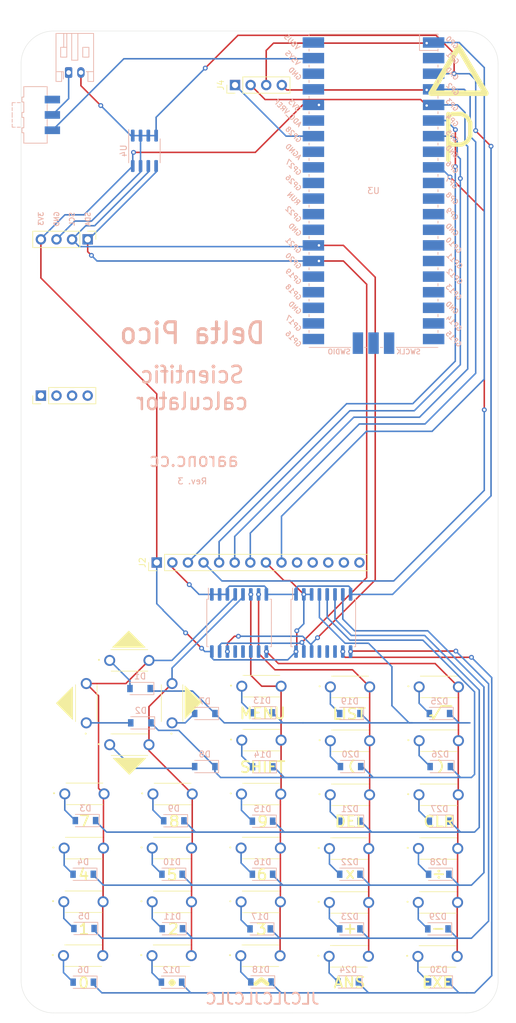
<source format=kicad_pcb>
(kicad_pcb (version 20211014) (generator pcbnew)
  (layers (0 "F.Cu" signal) (31 "B.Cu" signal) (34 "B.Paste" user) (35 "F.Paste" user) (36 "B.SilkS" user "B.Silkscreen") (37 "F.SilkS" user "F.Silkscreen") (38 "B.Mask" user) (39 "F.Mask" user) (44 "Edge.Cuts" user))
  (net 0 "")
  (net 1 "Net-(D1-Pad2)")
  (net 2 "ROW0")
  (net 3 "Net-(D2-Pad2)")
  (net 4 "ROW1")
  (net 5 "Net-(D3-Pad2)")
  (net 6 "ROW2")
  (net 7 "Net-(D4-Pad2)")
  (net 8 "ROW3")
  (net 9 "Net-(D5-Pad2)")
  (net 10 "ROW4")
  (net 11 "Net-(D6-Pad2)")
  (net 12 "ROW5")
  (net 13 "Net-(D7-Pad2)")
  (net 14 "Net-(D8-Pad2)")
  (net 15 "Net-(D9-Pad2)")
  (net 16 "Net-(D10-Pad2)")
  (net 17 "Net-(D11-Pad2)")
  (net 18 "Net-(D12-Pad2)")
  (net 19 "Net-(D13-Pad2)")
  (net 20 "Net-(D14-Pad2)")
  (net 21 "Net-(D15-Pad2)")
  (net 22 "Net-(D16-Pad2)")
  (net 23 "Net-(D17-Pad2)")
  (net 24 "Net-(D18-Pad2)")
  (net 25 "Net-(D19-Pad2)")
  (net 26 "Net-(D20-Pad2)")
  (net 27 "Net-(D21-Pad2)")
  (net 28 "Net-(D22-Pad2)")
  (net 29 "Net-(D23-Pad2)")
  (net 30 "Net-(D24-Pad2)")
  (net 31 "Net-(D25-Pad2)")
  (net 32 "Net-(D26-Pad2)")
  (net 33 "Net-(D27-Pad2)")
  (net 34 "Net-(D28-Pad2)")
  (net 35 "Net-(D29-Pad2)")
  (net 36 "Net-(D30-Pad2)")
  (net 37 "GND")
  (net 38 "Net-(J1-Pad1)")
  (net 39 "Net-(J2-Pad14)")
  (net 40 "Net-(J2-Pad13)")
  (net 41 "Net-(J2-Pad12)")
  (net 42 "Net-(J2-Pad11)")
  (net 43 "Net-(J2-Pad10)")
  (net 44 "SDO")
  (net 45 "3V3")
  (net 46 "SCK")
  (net 47 "SDI")
  (net 48 "DC")
  (net 49 "DISPLAY_RESET")
  (net 50 "CS")
  (net 51 "Net-(SW1-Pad3)")
  (net 52 "VIN")
  (net 53 "COL0")
  (net 54 "COL1")
  (net 55 "COL2")
  (net 56 "COL3")
  (net 57 "COL4")
  (net 58 "SDA")
  (net 59 "SCL")
  (net 60 "Net-(U1-Pad13)")
  (net 61 "Net-(U1-Pad12)")
  (net 62 "Net-(U1-Pad11)")
  (net 63 "Net-(U1-Pad10)")
  (net 64 "Net-(U2-Pad13)")
  (net 65 "Net-(U2-Pad12)")
  (net 66 "Net-(U2-Pad11)")
  (net 67 "Net-(U3-Pad2)")
  (net 68 "Net-(U3-Pad10)")
  (net 69 "Net-(U3-Pad11)")
  (net 70 "Net-(U3-Pad12)")
  (net 71 "Net-(U3-Pad14)")
  (net 72 "Net-(U3-Pad15)")
  (net 73 "Net-(U3-Pad16)")
  (net 74 "Net-(U3-Pad17)")
  (net 75 "Net-(U3-Pad19)")
  (net 76 "Net-(U3-Pad20)")
  (net 77 "Net-(U3-Pad21)")
  (net 78 "Net-(U3-Pad22)")
  (net 79 "Net-(U3-Pad24)")
  (net 80 "Net-(U3-Pad25)")
  (net 81 "Net-(U3-Pad29)")
  (net 82 "Net-(U3-Pad31)")
  (net 83 "Net-(U3-Pad32)")
  (net 84 "Net-(U3-Pad35)")
  (net 85 "Net-(U3-Pad37)")
  (net 86 "Net-(U3-Pad40)")
  (net 87 "Net-(U3-Pad41)")
  (net 88 "Net-(U3-Pad42)")
  (net 89 "Net-(U3-Pad43)")
  (net 90 "Net-(U3-Pad30)")
  (net 91 "Net-(U3-Pad23)")
  (net 92 "Net-(U3-Pad33)")
  (net 93 "Net-(U3-Pad38)")
  (net 94 "Net-(U3-Pad18)")
  (net 95 "Net-(U3-Pad13)")
  (net 96 "Net-(U3-Pad8)")
  (net 97 "SD_CS")
  (net 98 "Net-(U3-Pad28)")
  (footprint "PTS636SL43LFS:PTS636SL43LFS" (layer "F.Cu") (at 44.122 140.346 90)
    (fp_text reference "SW3" hide)
    (fp_text value "SW_Push" hide)
  )
  (footprint "PTS636SL43LFS:PTS636SL43LFS" (layer "F.Cu") (at 40.62 151.9)
    (fp_text reference "SW4" hide)
    (fp_text value "SW_Push" hide)
  )
  (footprint "PTS636SL43LFS:PTS636SL43LFS" (layer "F.Cu") (at 40.52 160.73)
    (fp_text reference "SW5" hide)
    (fp_text value "SW_Push" hide)
  )
  (footprint "PTS636SL43LFS:PTS636SL43LFS" (layer "F.Cu") (at 40.46 169.46)
    (fp_text reference "SW6" hide)
    (fp_text value "SW_Push" hide)
  )
  (footprint "PTS636SL43LFS:PTS636SL43LFS" (layer "F.Cu") (at 40.41 178.23)
    (fp_text reference "SW7" hide)
    (fp_text value "SW_Push" hide)
  )
  (footprint "PTS636SL43LFS:PTS636SL43LFS" (layer "F.Cu") (at 58.092 140.346 90)
    (fp_text reference "SW8" hide)
    (fp_text value "SW_Push" hide)
  )
  (footprint "PTS636SL43LFS:PTS636SL43LFS" (layer "F.Cu") (at 47.932 143.902)
    (fp_text reference "SW9" hide)
    (fp_text value "SW_Push" hide)
  )
  (footprint "PTS636SL43LFS:PTS636SL43LFS" (layer "F.Cu") (at 54.98 151.92)
    (fp_text reference "SW10" hide)
    (fp_text value "SW_Push" hide)
  )
  (footprint "PTS636SL43LFS:PTS636SL43LFS" (layer "F.Cu") (at 54.87 160.72)
    (fp_text reference "SW11" hide)
    (fp_text value "SW_Push" hide)
  )
  (footprint "PTS636SL43LFS:PTS636SL43LFS" (layer "F.Cu") (at 54.86 169.48)
    (fp_text reference "SW12" hide)
    (fp_text value "SW_Push" hide)
  )
  (footprint "PTS636SL43LFS:PTS636SL43LFS" (layer "F.Cu") (at 54.83 178.24)
    (fp_text reference "SW13" hide)
    (fp_text value "SW_Push" hide)
  )
  (footprint "PTS636SL43LFS:PTS636SL43LFS" (layer "F.Cu") (at 69.45 134.38)
    (fp_text reference "SW14" hide)
    (fp_text value "SW_Push" hide)
  )
  (footprint "PTS636SL43LFS:PTS636SL43LFS" (layer "F.Cu") (at 69.45 143.16)
    (fp_text reference "SW15" hide)
    (fp_text value "SW_Push" hide)
  )
  (footprint "PTS636SL43LFS:PTS636SL43LFS" (layer "F.Cu") (at 69.4 151.93)
    (fp_text reference "SW16" hide)
    (fp_text value "SW_Push" hide)
  )
  (footprint "PTS636SL43LFS:PTS636SL43LFS" (layer "F.Cu") (at 69.34 160.72)
    (fp_text reference "SW17" hide)
    (fp_text value "SW_Push" hide)
  )
  (footprint "PTS636SL43LFS:PTS636SL43LFS" (layer "F.Cu") (at 83.88 134.49)
    (fp_text reference "SW20" hide)
    (fp_text value "SW_Push" hide)
  )
  (footprint "PTS636SL43LFS:PTS636SL43LFS" (layer "F.Cu") (at 83.88 143.26)
    (fp_text reference "SW21" hide)
    (fp_text value "SW_Push" hide)
  )
  (footprint "PTS636SL43LFS:PTS636SL43LFS" (layer "F.Cu") (at 83.86 152.05)
    (fp_text reference "SW22" hide)
    (fp_text value "SW_Push" hide)
  )
  (footprint "PTS636SL43LFS:PTS636SL43LFS" (layer "F.Cu") (at 83.73 160.81)
    (fp_text reference "SW23" hide)
    (fp_text value "SW_Push" hide)
  )
  (footprint "PTS636SL43LFS:PTS636SL43LFS" (layer "F.Cu") (at 83.72 169.58)
    (fp_text reference "SW24" hide)
    (fp_text value "SW_Push" hide)
  )
  (footprint "PTS636SL43LFS:PTS636SL43LFS" (layer "F.Cu") (at 83.68 178.34)
    (fp_text reference "SW25" hide)
    (fp_text value "SW_Push" hide)
  )
  (footprint "PTS636SL43LFS:PTS636SL43LFS" (layer "F.Cu") (at 98.34 134.49)
    (fp_text reference "SW26" hide)
    (fp_text value "SW_Push" hide)
  )
  (footprint "PTS636SL43LFS:PTS636SL43LFS" (layer "F.Cu") (at 98.34 143.25)
    (fp_text reference "SW27" hide)
    (fp_text value "SW_Push" hide)
  )
  (footprint "PTS636SL43LFS:PTS636SL43LFS" (layer "F.Cu") (at 98.31 152.05)
    (fp_text reference "SW28" hide)
    (fp_text value "SW_Push" hide)
  )
  (footprint "PTS636SL43LFS:PTS636SL43LFS" (layer "F.Cu") (at 98.23 160.79)
    (fp_text reference "SW29" hide)
    (fp_text value "SW_Push" hide)
  )
  (footprint "PTS636SL43LFS:PTS636SL43LFS" (layer "F.Cu") (at 98.2 169.57)
    (fp_text reference "SW30" hide)
    (fp_text value "SW_Push" hide)
  )
  (footprint "PTS636SL43LFS:PTS636SL43LFS" (layer "F.Cu") (at 98.14 178.36)
    (fp_text reference "SW31" hide)
    (fp_text value "SW_Push" hide)
  )
  (footprint "PTS636SL43LFS:PTS636SL43LFS" (layer "F.Cu") (at 69.34 169.48)
    (fp_text reference "SW18" hide)
    (fp_text value "SW_Push" hide)
  )
  (footprint "PTS636SL43LFS:PTS636SL43LFS" (layer "F.Cu") (at 69.29 178.25)
    (fp_text reference "SW19" hide)
    (fp_text value "SW_Push" hide)
  )
  (footprint "PTS636SL43LFS:PTS636SL43LFS" (layer "F.Cu") (at 47.932 130.186)
    (fp_text reference "SW2" hide)
    (fp_text value "SW_Push" hide)
  )
  (footprint "Connector_PinHeader_2.54mm:PinHeader_1x14_P2.54mm_Vertical" (layer "F.Cu") (at 55.6 114.25 90)
    (fp_text reference "J2")
    (fp_text value "Conn_01x14")
  )
  (footprint "Connector_PinHeader_2.54mm:PinHeader_1x04_P2.54mm_Vertical" (layer "F.Cu") (at 44.3484 61.6585 -90)
    (fp_text reference "J3" hide)
    (fp_text value "Conn_01x04")
  )
  (footprint "Connector_PinHeader_2.54mm:PinHeader_1x04_P2.54mm_Vertical" (layer "F.Cu") (at 36.73 87.09 90)
    (fp_text reference "REF**" hide)
    (fp_text value "PinHeader_1x04_P2.54mm_Vertical")
  )
  (footprint "MountingHole:MountingHole_3.2mm_M3" (layer "F.Cu") (at 39.65 117.2)
    (fp_text reference "REF**" hide)
    (fp_text value "MountingHole_3.2mm_M3")
  )
  (footprint "MountingHole:MountingHole_3.2mm_M3" (layer "F.Cu") (at 104.65 117.35)
    (fp_text reference "REF**" hide)
    (fp_text value "MountingHole_3.2mm_M3")
  )
  (footprint "MountingHole:MountingHole_3.2mm_M3" (layer "F.Cu") (at 39.55 52.25)
    (fp_text reference "REF**" hide)
    (fp_text value "MountingHole_3.2mm_M3")
  )
  (footprint "Connector_PinHeader_2.54mm:PinHeader_1x04_P2.54mm_Vertical" (layer "F.Cu") (at 68.35 36.54 90)
    (fp_text reference "J4")
    (fp_text value "Conn_01x04")
  )
  (footprint "Diode_SMD:D_SOD-123" (layer "B.Cu") (at 43.99 156.25 180)
    (fp_text reference "D3")
    (fp_text value "D")
  )
  (footprint "Diode_SMD:D_SOD-123" (layer "B.Cu") (at 43.614 164.984 180)
    (fp_text reference "D4")
    (fp_text value "D")
  )
  (footprint "Diode_SMD:D_SOD-123" (layer "B.Cu") (at 43.75 173.81 180)
    (fp_text reference "D5")
    (fp_text value "D")
  )
  (footprint "Diode_SMD:D_SOD-123" (layer "B.Cu") (at 43.63 182.55 180)
    (fp_text reference "D6")
    (fp_text value "D")
  )
  (footprint "Diode_SMD:D_SOD-123" (layer "B.Cu") (at 63.426 138.822 180)
    (fp_text reference "D7")
    (fp_text value "D")
  )
  (footprint "Diode_SMD:D_SOD-123" (layer "B.Cu") (at 63.426 147.458 180)
    (fp_text reference "D8")
    (fp_text value "D")
  )
  (footprint "Diode_SMD:D_SOD-123" (layer "B.Cu") (at 58.38 156.28 180)
    (fp_text reference "D9")
    (fp_text value "D")
  )
  (footprint "Diode_SMD:D_SOD-123" (layer "B.Cu") (at 58.092 164.984 180)
    (fp_text reference "D10")
    (fp_text value "D")
  )
  (footprint "Diode_SMD:D_SOD-123" (layer "B.Cu") (at 58.14 173.85 180)
    (fp_text reference "D11")
    (fp_text value "D")
  )
  (footprint "Diode_SMD:D_SOD-123" (layer "B.Cu") (at 58.01 182.55 180)
    (fp_text reference "D12")
    (fp_text value "D")
  )
  (footprint "Diode_SMD:D_SOD-123" (layer "B.Cu") (at 72.76 138.7 180)
    (fp_text reference "D13")
    (fp_text value "D")
  )
  (footprint "Diode_SMD:D_SOD-123" (layer "B.Cu") (at 72.85 147.49 180)
    (fp_text reference "D14")
    (fp_text value "D")
  )
  (footprint "Diode_SMD:D_SOD-123" (layer "B.Cu") (at 72.824 156.348 180)
    (fp_text reference "D15")
    (fp_text value "D")
  )
  (footprint "Diode_SMD:D_SOD-123" (layer "B.Cu") (at 72.824 164.984 180)
    (fp_text reference "D16")
    (fp_text value "D")
  )
  (footprint "Diode_SMD:D_SOD-123" (layer "B.Cu") (at 72.442 173.874 180)
    (fp_text reference "D17")
    (fp_text value "D")
  )
  (footprint "Diode_SMD:D_SOD-123" (layer "B.Cu") (at 72.57 182.51 180)
    (fp_text reference "D18")
    (fp_text value "D")
  )
  (footprint "Diode_SMD:D_SOD-123" (layer "B.Cu") (at 87.048 138.822 180)
    (fp_text reference "D19")
    (fp_text value "D")
  )
  (footprint "Diode_SMD:D_SOD-123" (layer "B.Cu") (at 87.174 147.458 180)
    (fp_text reference "D20")
    (fp_text value "D")
  )
  (footprint "Diode_SMD:D_SOD-123" (layer "B.Cu") (at 87.048 156.348 180)
    (fp_text reference "D21")
    (fp_text value "D")
  )
  (footprint "Diode_SMD:D_SOD-123" (layer "B.Cu") (at 87.048 164.984 180)
    (fp_text reference "D22")
    (fp_text value "D")
  )
  (footprint "Diode_SMD:D_SOD-123" (layer "B.Cu") (at 87.048 173.874 180)
    (fp_text reference "D23")
    (fp_text value "D")
  )
  (footprint "Diode_SMD:D_SOD-123" (layer "B.Cu") (at 86.794 182.51 180)
    (fp_text reference "D24")
    (fp_text value "D")
  )
  (footprint "Diode_SMD:D_SOD-123" (layer "B.Cu") (at 101.652 138.822 180)
    (fp_text reference "D25")
    (fp_text value "D")
  )
  (footprint "Diode_SMD:D_SOD-123" (layer "B.Cu") (at 101.78 147.458 180)
    (fp_text reference "D26")
    (fp_text value "D")
  )
  (footprint "Diode_SMD:D_SOD-123" (layer "B.Cu") (at 101.652 156.348 180)
    (fp_text reference "D27")
    (fp_text value "D")
  )
  (footprint "Diode_SMD:D_SOD-123" (layer "B.Cu") (at 101.526 164.984 180)
    (fp_text reference "D28")
    (fp_text value "D")
  )
  (footprint "Diode_SMD:D_SOD-123" (layer "B.Cu") (at 101.398 173.874 180)
    (fp_text reference "D29")
    (fp_text value "D")
  )
  (footprint "Diode_SMD:D_SOD-123" (layer "B.Cu") (at 101.526 182.51 180)
    (fp_text reference "D30")
    (fp_text value "D")
  )
  (footprint "Connector_JST:JST_PH_S2B-PH-K_1x02_P2.00mm_Horizontal" (layer "B.Cu") (at 41.25 34.5)
    (fp_text reference "J1" hide)
    (fp_text value "Conn_01x02")
  )
  (footprint "Button_Switch_SMD:SW_SPDT_CK-JS102011SAQN" (layer "B.Cu") (at 35.85 41.4 90)
    (fp_text reference "SW1" hide)
    (fp_text value "SW_SPDT")
  )
  (footprint "MCU_RaspberryPi_and_Boards:RPi_Pico_SMD" (layer "B.Cu") (at 90.9066 53.7464 180)
    (fp_text reference "U3")
    (fp_text value "Pico")
  )
  (footprint "Diode_SMD:D_SOD-123" (layer "B.Cu") (at 52.886 134.758 180)
    (fp_text reference "D1")
    (fp_text value "D")
  )
  (footprint "Diode_SMD:D_SOD-123" (layer "B.Cu") (at 53.012 140.346 180)
    (fp_text reference "D2")
    (fp_text value "D")
  )
  (footprint "Package_SO:SOIC-16W_7.5x10.3mm_P1.27mm" (layer "B.Cu") (at 69.014 124.09 -90)
    (fp_text reference "U1" hide)
    (fp_text value "PCF8574A")
  )
  (footprint "Package_SO:SOIC-16W_7.5x10.3mm_P1.27mm" (layer "B.Cu") (at 82.73 124.09 -90)
    (fp_text reference "U2" hide)
    (fp_text value "PCF8574A")
  )
  (footprint "Package_SO:SOIC-8_3.9x4.9mm_P1.27mm" (layer "B.Cu") (at 53.594 47.244 -90)
    (fp_text reference "U4")
    (fp_text value "24LC16")
  )
  (gr_poly (pts (xy 51.15 148.75) (xy 48.5 146.1) (xy 53.8 146.1)) (layer "F.SilkS") (width 0.1) (fill solid))
  (gr_poly (pts (xy 39.25 137.15) (xy 41.9 134.5) (xy 41.9 139.8)) (layer "F.SilkS") (width 0.1) (fill solid))
  (gr_poly (pts (xy 62.85 137) (xy 60.2 139.65) (xy 60.2 134.35)) (layer "F.SilkS") (width 0.1) (fill solid))
  (gr_poly (pts (xy 51.05 125.4) (xy 53.7 128.05) (xy 48.4 128.05)) (layer "F.SilkS") (width 0.1) (fill solid))
  (gr_line (start 101.95 137.6) (end 103.6 137.6) (layer "F.SilkS") (width 0.3))
  (gr_arc (start 33.496228 33.05) (mid 35.049667 29.299667) (end 38.8 27.746228) (layer "Edge.Cuts") (width 0.05))
  (gr_line (start 111.2 33.05) (end 111.2 182.25) (layer "Edge.Cuts") (width 0.05))
  (gr_arc (start 105.896228 27.746228) (mid 109.646561 29.299667) (end 111.2 33.05) (layer "Edge.Cuts") (width 0.05))
  (gr_arc (start 111.203772 182.25) (mid 109.650333 186.000333) (end 105.9 187.553772) (layer "Edge.Cuts") (width 0.05))
  (gr_line (start 38.8 27.746228) (end 105.896228 27.746228) (layer "Edge.Cuts") (width 0.05))
  (gr_line (start 38.803772 187.553772) (end 105.9 187.55) (layer "Edge.Cuts") (width 0.05))
  (gr_arc (start 38.803772 187.553772) (mid 35.053439 186.000333) (end 33.5 182.25) (layer "Edge.Cuts") (width 0.05))
  (gr_line (start 33.5 182.25) (end 33.5 33.05) (layer "Edge.Cuts") (width 0.05))
  (gr_text "GND" (at 39.2955 58.3448 90) (layer "B.SilkS") (effects (font (size 0.8 0.8)) (justify mirror)))
  (gr_text "SCL" (at 41.7955 58.3448 90) (layer "B.SilkS") (effects (font (size 0.8 0.8)) (justify mirror)))
  (gr_text "SDA" (at 44.3955 58.3448 90) (layer "B.SilkS") (effects (font (size 0.8 0.8)) (justify mirror)))
  (gr_text "Scientific\ncalculator" (at 61.35 85.87) (layer "B.SilkS") (effects (font (size 2.7 2.4) (thickness 0.4)) (justify mirror)))
  (gr_text "JLCJLCJLCJLC" (at 72.8 185.25) (layer "B.SilkS") (effects (font (size 1.8 1.8) (thickness 0.3)) (justify mirror)))
  (gr_text "aaronc.cc" (at 61.65 97.52) (layer "B.SilkS") (effects (font (size 2.3 2) (thickness 0.3)) (justify mirror)))
  (gr_text "Rev. 3" (at 61.39 101.012) (layer "B.SilkS") (effects (font (size 1 1)) (justify mirror)))
  (gr_text "3V3" (at 36.7455 58.2948 90) (layer "B.SilkS") (effects (font (size 0.8 0.8)) (justify mirror)))
  (gr_text "Delta Pico" (at 61.4 76.92) (layer "B.SilkS") (effects (font (size 3.4 3) (thickness 0.5)) (justify mirror)))
  (gr_text "p" (at 104.7 42.8) (layer "F.SilkS") (effects (font (size 7.5 7.5) (thickness 0.7))))
  (gr_text "1" (at 43.75 173.9) (layer "F.SilkS") (effects (font (size 1.8 1.8) (thickness 0.3))))
  (gr_text "2" (at 58.3 173.9) (layer "F.SilkS") (effects (font (size 1.8 1.8) (thickness 0.3))))
  (gr_text "." (at 58.1 180.6) (layer "F.SilkS") (effects (font (size 5 5) (thickness 0.7))))
  (gr_text "3" (at 72.65 173.95) (layer "F.SilkS") (effects (font (size 1.8 1.8) (thickness 0.3))))
  (gr_text "^" (at 72.65 185.05) (layer "F.SilkS") (effects (font (size 5 5) (thickness 0.7))))
  (gr_text "ANS" (at 87 182.6) (layer "F.SilkS") (effects (font (size 1.8 1.8) (thickness 0.3))))
  (gr_text "6" (at 72.75 165.05) (layer "F.SilkS") (effects (font (size 1.8 1.8) (thickness 0.3))))
  (gr_text "5" (at 58.1 165.1) (layer "F.SilkS") (effects (font (size 1.8 1.8) (thickness 0.3))))
  (gr_text "4" (at 43.7 165.05) (layer "F.SilkS") (effects (font (size 1.8 1.8) (thickness 0.3))))
  (gr_text "7" (at 43.85 156.35) (layer "F.SilkS") (effects (font (size 1.8 1.8) (thickness 0.3))))
  (gr_text "8" (at 58.45 156.4) (layer "F.SilkS") (effects (font (size 1.8 1.8) (thickness 0.3))))
  (gr_text "9" (at 72.85 156.45) (layer "F.SilkS") (effects (font (size 1.8 1.8) (thickness 0.3))))
  (gr_text "DEL" (at 87.05 156.4) (layer "F.SilkS") (effects (font (size 1.8 1.8) (thickness 0.3))))
  (gr_text "x" (at 87.1 164.8) (layer "F.SilkS") (effects (font (size 1.8 1.8) (thickness 0.3))))
  (gr_text "+" (at 87.1 173.75) (layer "F.SilkS") (effects (font (size 1.8 1.8) (thickness 0.3))))
  (gr_text "-" (at 101.45 173.75) (layer "F.SilkS") (effects (font (size 1.8 1.8) (thickness 0.3))))
  (gr_text "÷" (at 101.55 164.85) (layer "F.SilkS") (effects (font (size 1.8 1.8) (thickness 0.3))))
  (gr_text "CLR" (at 101.6 156.4) (layer "F.SilkS") (effects (font (size 1.8 1.8) (thickness 0.3))))
  (gr_text "(" (at 87.3 147.3) (layer "F.SilkS") (effects (font (size 1.3 1.8) (thickness 0.3))))
  (gr_text ")" (at 101.9 147.3) (layer "F.SilkS") (effects (font (size 1.3 1.8) (thickness 0.3))))
  (gr_text "MENU" (at 72.85 138.8) (layer "F.SilkS") (effects (font (size 1.8 1.8) (thickness 0.3))))
  (gr_text "SHIFT" (at 72.85 147.55) (layer "F.SilkS") (effects (font (size 1.8 1.8) (thickness 0.3))))
  (gr_text "EXE" (at 101.3 182.6) (layer "F.SilkS") (effects (font (size 1.8 1.8) (thickness 0.3))))
  (gr_text "LIST" (at 86.95 138.9) (layer "F.SilkS") (effects (font (size 1.8 1.8) (thickness 0.3))))
  (gr_text "√" (at 100.85 138.95) (layer "F.SilkS") (effects (font (size 1.8 1.8) (thickness 0.3))))
  (gr_text "0" (at 43.7 182.7) (layer "F.SilkS") (effects (font (size 1.8 1.8) (thickness 0.3))))
  (gr_text "Δ" (at 104.75 34.45) (layer "F.SilkS") (effects (font (size 7.5 13.35) (thickness 0.9))))
  (segment (start 47.932 130.186) (end 51.236 133.49) (width 0.25) (layer "B.Cu") (net 1))
  (segment (start 51.236 133.49) (end 51.236 134.758) (width 0.25) (layer "B.Cu") (net 1))
  (segment (start 74.48 138.7) (end 76.126 140.346) (width 0.25) (layer "B.Cu") (net 2))
  (segment (start 54.536 134.758) (end 54.949001 135.171001) (width 0.25) (layer "B.Cu") (net 2))
  (segment (start 88.826 138.822) (end 90.35 140.346) (width 0.25) (layer "B.Cu") (net 2))
  (segment (start 86.28399 127.38999) (end 82.095 123.201) (width 0.25) (layer "B.Cu") (net 2))
  (segment (start 104.828 140.346) (end 106.606 140.346) (width 0.25) (layer "B.Cu") (net 2))
  (segment (start 76.126 140.346) (end 79.428 140.346) (width 0.25) (layer "B.Cu") (net 2))
  (segment (start 93.906 131.202) (end 90.09399 127.38999) (width 0.25) (layer "B.Cu") (net 2))
  (segment (start 61.425001 135.171001) (end 65.076 138.822) (width 0.25) (layer "B.Cu") (net 2))
  (segment (start 103.304 138.822) (end 104.828 140.346) (width 0.25) (layer "B.Cu") (net 2))
  (segment (start 54.949001 135.171001) (end 61.425001 135.171001) (width 0.25) (layer "B.Cu") (net 2))
  (segment (start 65.076 138.822) (end 66.6 140.346) (width 0.25) (layer "B.Cu") (net 2))
  (segment (start 66.6 140.346) (end 76.126 140.346) (width 0.25) (layer "B.Cu") (net 2))
  (segment (start 96.7 140.346) (end 93.906 137.552) (width 0.25) (layer "B.Cu") (net 2))
  (segment (start 90.09399 127.38999) (end 86.28399 127.38999) (width 0.25) (layer "B.Cu") (net 2))
  (segment (start 88.698 138.822) (end 88.826 138.822) (width 0.25) (layer "B.Cu") (net 2))
  (segment (start 90.35 140.346) (end 97.208 140.346) (width 0.25) (layer "B.Cu") (net 2))
  (segment (start 97.208 140.346) (end 96.7 140.346) (width 0.25) (layer "B.Cu") (net 2))
  (segment (start 97.208 140.346) (end 104.828 140.346) (width 0.25) (layer "B.Cu") (net 2))
  (segment (start 93.906 137.552) (end 93.906 131.202) (width 0.25) (layer "B.Cu") (net 2))
  (segment (start 74.41 138.7) (end 74.48 138.7) (width 0.25) (layer "B.Cu") (net 2))
  (segment (start 103.302 138.822) (end 103.304 138.822) (width 0.25) (layer "B.Cu") (net 2))
  (segment (start 79.428 140.346) (end 90.35 140.346) (width 0.25) (layer "B.Cu") (net 2))
  (segment (start 82.095 123.201) (end 82.095 119.44) (width 0.25) (layer "B.Cu") (net 2))
  (segment (start 44.122 140.346) (end 51.362 140.346) (width 0.25) (layer "B.Cu") (net 3))
  (segment (start 65.076 147.458) (end 65.076 148.308) (width 0.25) (layer "B.Cu") (net 4))
  (segment (start 54.662 140.346) (end 55.887001 141.571001) (width 0.25) (layer "B.Cu") (net 4))
  (segment (start 90.858 149.236) (end 105.082 149.236) (width 0.25) (layer "B.Cu") (net 4))
  (segment (start 103.43 147.584) (end 105.082 149.236) (width 0.25) (layer "B.Cu") (net 4))
  (segment (start 106.86 149.236) (end 107.368 148.728) (width 0.25) (layer "B.Cu") (net 4))
  (segment (start 89.08 147.458) (end 90.858 149.236) (width 0.25) (layer "B.Cu") (net 4))
  (segment (start 74.634 147.49) (end 76.38 149.236) (width 0.25) (layer "B.Cu") (net 4))
  (segment (start 107.368 148.728) (end 107.368 135.304998) (width 0.25) (layer "B.Cu") (net 4))
  (segment (start 103.43 147.458) (end 103.43 147.584) (width 0.25) (layer "B.Cu") (net 4))
  (segment (start 98.947002 126.884) (end 87.048 126.884) (width 0.25) (layer "B.Cu") (net 4))
  (segment (start 88.824 147.458) (end 89.08 147.458) (width 0.25) (layer "B.Cu") (net 4))
  (segment (start 83.365 123.201) (end 83.365 119.44) (width 0.25) (layer "B.Cu") (net 4))
  (segment (start 107.368 135.304998) (end 98.947002 126.884) (width 0.25) (layer "B.Cu") (net 4))
  (segment (start 65.076 148.308) (end 66.004 149.236) (width 0.25) (layer "B.Cu") (net 4))
  (segment (start 87.048 126.884) (end 83.365 123.201) (width 0.25) (layer "B.Cu") (net 4))
  (segment (start 76.38 149.236) (end 76.634 149.236) (width 0.25) (layer "B.Cu") (net 4))
  (segment (start 105.082 149.236) (end 106.86 149.236) (width 0.25) (layer "B.Cu") (net 4))
  (segment (start 59.189001 141.571001) (end 65.076 147.458) (width 0.25) (layer "B.Cu") (net 4))
  (segment (start 66.004 149.236) (end 76.634 149.236) (width 0.25) (layer "B.Cu") (net 4))
  (segment (start 55.887001 141.571001) (end 59.189001 141.571001) (width 0.25) (layer "B.Cu") (net 4))
  (segment (start 76.634 149.236) (end 90.858 149.236) (width 0.25) (layer "B.Cu") (net 4))
  (segment (start 74.5 147.49) (end 74.634 147.49) (width 0.25) (layer "B.Cu") (net 4))
  (segment (start 40.62 154.53) (end 42.34 156.25) (width 0.25) (layer "B.Cu") (net 5))
  (segment (start 40.62 151.9) (end 40.62 154.53) (width 0.25) (layer "B.Cu") (net 5))
  (segment (start 60.03 156.28) (end 60.056 156.28) (width 0.25) (layer "B.Cu") (net 6))
  (segment (start 61.902 158.126) (end 76.38 158.126) (width 0.25) (layer "B.Cu") (net 6))
  (segment (start 108.13 157.364) (end 108.13 135.012) (width 0.25) (layer "B.Cu") (net 6))
  (segment (start 45.64 156.25) (end 45.64 156.342) (width 0.25) (layer "B.Cu") (net 6))
  (segment (start 47.424 158.126) (end 61.902 158.126) (width 0.25) (layer "B.Cu") (net 6))
  (segment (start 88.698 156.348) (end 88.826 156.348) (width 0.25) (layer "B.Cu") (net 6))
  (segment (start 74.474 156.348) (end 74.602 156.348) (width 0.25) (layer "B.Cu") (net 6))
  (segment (start 74.602 156.348) (end 76.38 158.126) (width 0.25) (layer "B.Cu") (net 6))
  (segment (start 60.056 156.28) (end 61.902 158.126) (width 0.25) (layer "B.Cu") (net 6))
  (segment (start 108.13 135.012) (end 99.24 126.122) (width 0.25) (layer "B.Cu") (net 6))
  (segment (start 107.368 158.126) (end 108.13 157.364) (width 0.25) (layer "B.Cu") (net 6))
  (segment (start 90.604 158.126) (end 99.859002 158.126) (width 0.25) (layer "B.Cu") (net 6))
  (segment (start 88.826 156.348) (end 90.604 158.126) (width 0.25) (layer "B.Cu") (net 6))
  (segment (start 99.24 126.122) (end 87.302 126.122) (width 0.25) (layer "B.Cu") (net 6))
  (segment (start 45.64 156.342) (end 47.424 158.126) (width 0.25) (layer "B.Cu") (net 6))
  (segment (start 84.635 123.455) (end 84.635 119.44) (width 0.25) (layer "B.Cu") (net 6))
  (segment (start 103.302 156.348) (end 103.304 156.348) (width 0.25) (layer "B.Cu") (net 6))
  (segment (start 103.304 156.348) (end 105.082 158.126) (width 0.25) (layer "B.Cu") (net 6))
  (segment (start 76.38 158.126) (end 90.604 158.126) (width 0.25) (layer "B.Cu") (net 6))
  (segment (start 105.082 158.126) (end 107.368 158.126) (width 0.25) (layer "B.Cu") (net 6))
  (segment (start 87.302 126.122) (end 84.635 123.455) (width 0.25) (layer "B.Cu") (net 6))
  (segment (start 99.859002 158.126) (end 105.082 158.126) (width 0.25) (layer "B.Cu") (net 6))
  (segment (start 40.52 160.73) (end 40.52 163.54) (width 0.25) (layer "B.Cu") (net 7))
  (segment (start 40.52 163.54) (end 41.964 164.984) (width 0.25) (layer "B.Cu") (net 7))
  (segment (start 106.86 166.762) (end 108.892 164.73) (width 0.25) (layer "B.Cu") (net 8))
  (segment (start 90.35 166.762) (end 104.828 166.762) (width 0.25) (layer "B.Cu") (net 8))
  (segment (start 61.394 166.762) (end 76.126 166.762) (width 0.25) (layer "B.Cu") (net 8))
  (segment (start 88.698 165.11) (end 90.35 166.762) (width 0.25) (layer "B.Cu") (net 8))
  (segment (start 46.916 166.762) (end 61.394 166.762) (width 0.25) (layer "B.Cu") (net 8))
  (segment (start 45.264 165.11) (end 46.063001 165.909001) (width 0.25) (layer "B.Cu") (net 8))
  (segment (start 108.892 134.504) (end 99.748 125.36) (width 0.25) (layer "B.Cu") (net 8))
  (segment (start 59.742 164.984) (end 59.742 165.11) (width 0.25) (layer "B.Cu") (net 8))
  (segment (start 104.828 166.762) (end 106.86 166.762) (width 0.25) (layer "B.Cu") (net 8))
  (segment (start 74.474 165.11) (end 76.126 166.762) (width 0.25) (layer "B.Cu") (net 8))
  (segment (start 45.264 164.984) (end 45.264 165.11) (width 0.25) (layer "B.Cu") (net 8))
  (segment (start 87.81 125.36) (end 85.905 123.455) (width 0.25) (layer "B.Cu") (net 8))
  (segment (start 103.176 164.984) (end 103.176 165.11) (width 0.25) (layer "B.Cu") (net 8))
  (segment (start 46.063001 165.909001) (end 46.916 166.762) (width 0.25) (layer "B.Cu") (net 8))
  (segment (start 103.176 165.11) (end 104.828 166.762) (width 0.25) (layer "B.Cu") (net 8))
  (segment (start 88.698 164.984) (end 88.698 165.11) (width 0.25) (layer "B.Cu") (net 8))
  (segment (start 76.126 166.762) (end 90.35 166.762) (width 0.25) (layer "B.Cu") (net 8))
  (segment (start 108.892 164.73) (end 108.892 134.504) (width 0.25) (layer "B.Cu") (net 8))
  (segment (start 85.905 123.455) (end 85.905 119.44) (width 0.25) (layer "B.Cu") (net 8))
  (segment (start 99.748 125.36) (end 87.81 125.36) (width 0.25) (layer "B.Cu") (net 8))
  (segment (start 74.474 164.984) (end 74.474 165.11) (width 0.25) (layer "B.Cu") (net 8))
  (segment (start 59.742 165.11) (end 61.394 166.762) (width 0.25) (layer "B.Cu") (net 8))
  (segment (start 40.46 172.17) (end 42.1 173.81) (width 0.25) (layer "B.Cu") (net 9))
  (segment (start 40.46 169.46) (end 40.46 172.17) (width 0.25) (layer "B.Cu") (net 9))
  (segment (start 104.32 128.662) (end 87.253 128.662) (width 0.25) (layer "F.Cu") (net 10))
  (segment (start 87.253 128.662) (end 87.175 128.74) (width 0.25) (layer "F.Cu") (net 10))
  (via (at 104.32 128.662) (size 0.8) (drill 0.4) (layers "F.Cu" "B.Cu") (net 10))
  (via (at 87.175 128.74) (size 0.8) (drill 0.4) (layers "F.Cu" "B.Cu") (net 10))
  (segment (start 106.606 175.398) (end 106.86 175.398) (width 0.25) (layer "B.Cu") (net 10))
  (segment (start 46.662 175.398) (end 61.394 175.398) (width 0.25) (layer "B.Cu") (net 10))
  (segment (start 90.096 175.398) (end 104.574 175.398) (width 0.25) (layer "B.Cu") (net 10))
  (segment (start 88.698 174) (end 90.096 175.398) (width 0.25) (layer "B.Cu") (net 10))
  (segment (start 74.094 173.874) (end 75.618 175.398) (width 0.25) (layer "B.Cu") (net 10))
  (segment (start 106.86 175.398) (end 109.654 172.604) (width 0.25) (layer "B.Cu") (net 10))
  (segment (start 88.698 173.874) (end 88.698 174) (width 0.25) (layer "B.Cu") (net 10))
  (segment (start 104.574 175.398) (end 106.606 175.398) (width 0.25) (layer "B.Cu") (net 10))
  (segment (start 74.092 173.874) (end 74.094 173.874) (width 0.25) (layer "B.Cu") (net 10))
  (segment (start 103.048 173.874) (end 103.05 173.874) (width 0.25) (layer "B.Cu") (net 10))
  (segment (start 109.654 172.604) (end 109.654 133.996) (width 0.25) (layer "B.Cu") (net 10))
  (segment (start 45.4 173.81) (end 45.4 174.136) (width 0.25) (layer "B.Cu") (net 10))
  (segment (start 103.05 173.874) (end 104.574 175.398) (width 0.25) (layer "B.Cu") (net 10))
  (segment (start 75.618 175.398) (end 90.096 175.398) (width 0.25) (layer "B.Cu") (net 10))
  (segment (start 59.846 173.85) (end 61.394 175.398) (width 0.25) (layer "B.Cu") (net 10))
  (segment (start 61.394 175.398) (end 75.618 175.398) (width 0.25) (layer "B.Cu") (net 10))
  (segment (start 45.4 174.136) (end 46.662 175.398) (width 0.25) (layer "B.Cu") (net 10))
  (segment (start 109.654 133.996) (end 104.32 128.662) (width 0.25) (layer "B.Cu") (net 10))
  (segment (start 59.79 173.85) (end 59.846 173.85) (width 0.25) (layer "B.Cu") (net 10))
  (segment (start 40.41 178.23) (end 40.41 180.98) (width 0.25) (layer "B.Cu") (net 11))
  (segment (start 40.41 180.98) (end 41.98 182.55) (width 0.25) (layer "B.Cu") (net 11))
  (segment (start 85.905 129.297) (end 85.905 128.74) (width 0.25) (layer "F.Cu") (net 12))
  (segment (start 106.86 129.678) (end 86.286 129.678) (width 0.25) (layer "F.Cu") (net 12))
  (segment (start 86.286 129.678) (end 85.905 129.297) (width 0.25) (layer "F.Cu") (net 12))
  (via (at 106.86 129.678) (size 0.8) (drill 0.4) (layers "F.Cu" "B.Cu") (net 12))
  (via (at 85.905 128.74) (size 0.8) (drill 0.4) (layers "F.Cu" "B.Cu") (net 12))
  (segment (start 59.66 182.808) (end 61.14 184.288) (width 0.25) (layer "B.Cu") (net 12))
  (segment (start 59.66 182.55) (end 59.66 182.808) (width 0.25) (layer "B.Cu") (net 12))
  (segment (start 88.444 182.636) (end 90.096 184.288) (width 0.25) (layer "B.Cu") (net 12))
  (segment (start 46.662 184.288) (end 61.14 184.288) (width 0.25) (layer "B.Cu") (net 12))
  (segment (start 90.096 184.288) (end 104.828 184.288) (width 0.25) (layer "B.Cu") (net 12))
  (segment (start 74.22 182.636) (end 75.872 184.288) (width 0.25) (layer "B.Cu") (net 12))
  (segment (start 103.176 182.636) (end 104.828 184.288) (width 0.25) (layer "B.Cu") (net 12))
  (segment (start 88.444 182.51) (end 88.444 182.636) (width 0.25) (layer "B.Cu") (net 12))
  (segment (start 104.828 184.288) (end 106.098 184.288) (width 0.25) (layer "B.Cu") (net 12))
  (segment (start 74.22 182.51) (end 74.22 182.636) (width 0.25) (layer "B.Cu") (net 12))
  (segment (start 61.14 184.288) (end 75.872 184.288) (width 0.25) (layer "B.Cu") (net 12))
  (segment (start 45.28 182.55) (end 45.28 182.906) (width 0.25) (layer "B.Cu") (net 12))
  (segment (start 106.098 184.288) (end 107.368 184.288) (width 0.25) (layer "B.Cu") (net 12))
  (segment (start 45.28 182.906) (end 46.662 184.288) (width 0.25) (layer "B.Cu") (net 12))
  (segment (start 107.368 184.288) (end 110.162 181.494) (width 0.25) (layer "B.Cu") (net 12))
  (segment (start 110.162 132.98) (end 106.86 129.678) (width 0.25) (layer "B.Cu") (net 12))
  (segment (start 75.872 184.288) (end 90.096 184.288) (width 0.25) (layer "B.Cu") (net 12))
  (segment (start 103.176 182.51) (end 103.176 182.636) (width 0.25) (layer "B.Cu") (net 12))
  (segment (start 110.162 181.494) (end 110.162 132.98) (width 0.25) (layer "B.Cu") (net 12))
  (segment (start 58.092 140.346) (end 60.252 140.346) (width 0.25) (layer "B.Cu") (net 13))
  (segment (start 60.252 140.346) (end 61.776 138.822) (width 0.25) (layer "B.Cu") (net 13))
  (segment (start 47.932 143.902) (end 51.7691 147.7391) (width 0.25) (layer "B.Cu") (net 14))
  (segment (start 51.7691 147.7391) (end 61.4949 147.7391) (width 0.25) (layer "B.Cu") (net 14))
  (segment (start 61.4949 147.7391) (end 61.776 147.458) (width 0.25) (layer "B.Cu") (net 14))
  (segment (start 54.98 151.92) (end 54.98 154.53) (width 0.25) (layer "B.Cu") (net 15))
  (segment (start 54.98 154.53) (end 56.73 156.28) (width 0.25) (layer "B.Cu") (net 15))
  (segment (start 54.87 160.72) (end 54.87 163.412) (width 0.25) (layer "B.Cu") (net 16))
  (segment (start 54.87 163.412) (end 56.442 164.984) (width 0.25) (layer "B.Cu") (net 16))
  (segment (start 54.86 172.22) (end 56.49 173.85) (width 0.25) (layer "B.Cu") (net 17))
  (segment (start 54.86 169.48) (end 54.86 172.22) (width 0.25) (layer "B.Cu") (net 17))
  (segment (start 54.83 178.24) (end 54.83 181.02) (width 0.25) (layer "B.Cu") (net 18))
  (segment (start 54.83 181.02) (end 56.36 182.55) (width 0.25) (layer "B.Cu") (net 18))
  (segment (start 69.45 134.38) (end 69.45 137.04) (width 0.25) (layer "B.Cu") (net 19))
  (segment (start 69.45 137.04) (end 71.11 138.7) (width 0.25) (layer "B.Cu") (net 19))
  (segment (start 69.45 143.16) (end 69.45 145.74) (width 0.25) (layer "B.Cu") (net 20))
  (segment (start 69.45 145.74) (end 71.2 147.49) (width 0.25) (layer "B.Cu") (net 20))
  (segment (start 69.4 151.93) (end 69.4 154.574) (width 0.25) (layer "B.Cu") (net 21))
  (segment (start 69.4 154.574) (end 71.174 156.348) (width 0.25) (layer "B.Cu") (net 21))
  (segment (start 69.34 160.72) (end 69.34 163.15) (width 0.25) (layer "B.Cu") (net 22))
  (segment (start 69.34 163.15) (end 71.174 164.984) (width 0.25) (layer "B.Cu") (net 22))
  (segment (start 69.34 172.422) (end 70.792 173.874) (width 0.25) (layer "B.Cu") (net 23))
  (segment (start 69.34 169.48) (end 69.34 172.422) (width 0.25) (layer "B.Cu") (net 23))
  (segment (start 69.29 180.88) (end 70.92 182.51) (width 0.25) (layer "B.Cu") (net 24))
  (segment (start 69.29 178.25) (end 69.29 180.88) (width 0.25) (layer "B.Cu") (net 24))
  (segment (start 83.88 134.49) (end 83.88 137.304) (width 0.25) (layer "B.Cu") (net 25))
  (segment (start 83.88 137.304) (end 85.398 138.822) (width 0.25) (layer "B.Cu") (net 25))
  (segment (start 83.88 143.26) (end 83.88 145.814) (width 0.25) (layer "B.Cu") (net 26))
  (segment (start 83.88 145.814) (end 85.524 147.458) (width 0.25) (layer "B.Cu") (net 26))
  (segment (start 83.86 152.05) (end 83.86 154.81) (width 0.25) (layer "B.Cu") (net 27))
  (segment (start 83.86 154.81) (end 85.398 156.348) (width 0.25) (layer "B.Cu") (net 27))
  (segment (start 83.73 160.81) (end 83.73 163.316) (width 0.25) (layer "B.Cu") (net 28))
  (segment (start 83.73 163.316) (end 85.398 164.984) (width 0.25) (layer "B.Cu") (net 28))
  (segment (start 83.72 172.196) (end 85.398 173.874) (width 0.25) (layer "B.Cu") (net 29))
  (segment (start 83.72 169.58) (end 83.72 172.196) (width 0.25) (layer "B.Cu") (net 29))
  (segment (start 83.68 181.046) (end 85.144 182.51) (width 0.25) (layer "B.Cu") (net 30))
  (segment (start 83.68 178.34) (end 83.68 181.046) (width 0.25) (layer "B.Cu") (net 30))
  (segment (start 98.34 134.49) (end 98.34 137.16) (width 0.25) (layer "B.Cu") (net 31))
  (segment (start 98.34 137.16) (end 100.002 138.822) (width 0.25) (layer "B.Cu") (net 31))
  (segment (start 98.34 143.25) (end 98.34 145.668) (width 0.25) (layer "B.Cu") (net 32))
  (segment (start 98.34 145.668) (end 100.13 147.458) (width 0.25) (layer "B.Cu") (net 32))
  (segment (start 98.31 154.656) (end 100.002 156.348) (width 0.25) (layer "B.Cu") (net 33))
  (segment (start 98.31 152.05) (end 98.31 154.656) (width 0.25) (layer "B.Cu") (net 33))
  (segment (start 98.23 160.79) (end 98.23 163.338) (width 0.25) (layer "B.Cu") (net 34))
  (segment (start 98.23 163.338) (end 99.876 164.984) (width 0.25) (layer "B.Cu") (net 34))
  (segment (start 98.2 172.326) (end 99.748 173.874) (width 0.25) (layer "B.Cu") (net 35))
  (segment (start 98.2 169.57) (end 98.2 172.326) (width 0.25) (layer "B.Cu") (net 35))
  (segment (start 98.14 178.36) (end 98.14 180.774) (width 0.25) (layer "B.Cu") (net 36))
  (segment (start 98.14 180.774) (end 99.876 182.51) (width 0.25) (layer "B.Cu") (net 36))
  (segment (start 110.05 46.5) (end 107.55 44) (width 0.25) (layer "F.Cu") (net 37))
  (segment (start 68.834 28.448) (end 101.092 28.448) (width 0.25) (layer "F.Cu") (net 37))
  (segment (start 104.0384 31.3944) (end 104.0384 34.6964) (width 0.25) (layer "F.Cu") (net 37))
  (segment (start 60.9 117.85) (end 58.14 115.09) (width 0.25) (layer "F.Cu") (net 37))
  (segment (start 43.25 36.646) (end 43.25 34.5) (width 0.25) (layer "F.Cu") (net 37))
  (segment (start 46.482 39.878) (end 43.25 36.646) (width 0.25) (layer "F.Cu") (net 37))
  (segment (start 107.55 44) (end 107.55 43.95) (width 0.25) (layer "F.Cu") (net 37))
  (segment (start 58.14 115.09) (end 58.14 114.25) (width 0.25) (layer "F.Cu") (net 37))
  (segment (start 63.5 33.782) (end 68.834 28.448) (width 0.25) (layer "F.Cu") (net 37))
  (segment (start 101.092 28.448) (end 104.0384 31.3944) (width 0.25) (layer "F.Cu") (net 37))
  (via (at 60.9 117.85) (size 0.8) (drill 0.4) (layers "F.Cu" "B.Cu") (net 37))
  (via (at 110.05 46.5) (size 0.8) (drill 0.4) (layers "F.Cu" "B.Cu") (net 37))
  (via (at 63.5 33.782) (size 0.8) (drill 0.4) (layers "F.Cu" "B.Cu") (net 37))
  (via (at 107.55 43.95) (size 0.8) (drill 0.4) (layers "F.Cu" "B.Cu") (net 37))
  (via (at 104.0384 34.6964) (size 0.8) (drill 0.4) (layers "F.Cu" "B.Cu") (net 37))
  (via (at 46.482 39.878) (size 0.8) (drill 0.4) (layers "F.Cu" "B.Cu") (net 37))
  (segment (start 107.55 35.7188) (end 106.5276 34.6964) (width 0.25) (layer "B.Cu") (net 37))
  (segment (start 87.175 119.44) (end 94.01 119.44) (width 0.25) (layer "B.Cu") (net 37))
  (segment (start 62.49 119.44) (end 60.9 117.85) (width 0.25) (layer "B.Cu") (net 37))
  (segment (start 94.01 119.44) (end 110.05 103.4) (width 0.25) (layer "B.Cu") (net 37))
  (segment (start 52.959 50.694) (end 44.979 58.674) (width 0.25) (layer "B.Cu") (net 37))
  (segment (start 55.499 44.769) (end 55.499 41.783) (width 0.25) (layer "B.Cu") (net 37))
  (segment (start 87.175 119.44) (end 87.175 118.415) (width 0.25) (layer "B.Cu") (net 37))
  (segment (start 55.499 41.783) (end 63.5 33.782) (width 0.25) (layer "B.Cu") (net 37))
  (segment (start 99.7966 34.6964) (end 99.2251 34.6964) (width 0.25) (layer "B.Cu") (net 37))
  (segment (start 63.33 119.44) (end 62.49 119.44) (width 0.25) (layer "B.Cu") (net 37))
  (segment (start 52.959 49.719) (end 52.959 44.769) (width 0.25) (layer "B.Cu") (net 37))
  (segment (start 51.373 44.769) (end 46.482 39.878) (width 0.25) (layer "B.Cu") (net 37))
  (segment (start 51.689 44.769) (end 51.373 44.769) (width 0.25) (layer "B.Cu") (net 37))
  (segment (start 52.959 44.769) (end 51.689 44.769) (width 0.25) (layer "B.Cu") (net 37))
  (segment (start 67.109 119.44) (end 65.839 119.44) (width 0.25) (layer "B.Cu") (net 37))
  (segment (start 42.2529 58.674) (end 39.2684 61.6585) (width 0.25) (layer "B.Cu") (net 37))
  (segment (start 110.05 103.4) (end 110.05 46.5) (width 0.25) (layer "B.Cu") (net 37))
  (segment (start 73.13399 118.08999) (end 67.43401 118.08999) (width 0.25) (layer "B.Cu") (net 37))
  (segment (start 64.569 119.44) (end 63.33 119.44) (width 0.25) (layer "B.Cu") (net 37))
  (segment (start 78.285 118.415) (end 78.285 119.44) (width 0.25) (layer "B.Cu") (net 37))
  (segment (start 78.285 119.44) (end 73.459 119.44) (width 0.25) (layer "B.Cu") (net 37))
  (segment (start 87.175 118.415) (end 86.84999 118.08999) (width 0.25) (layer "B.Cu") (net 37))
  (segment (start 52.959 49.719) (end 52.959 50.694) (width 0.25) (layer "B.Cu") (net 37))
  (segment (start 67.43401 118.08999) (end 67.109 118.415) (width 0.25) (layer "B.Cu") (net 37))
  (segment (start 54.229 44.769) (end 52.959 44.769) (width 0.25) (layer "B.Cu") (net 37))
  (segment (start 86.84999 118.08999) (end 78.61001 118.08999) (width 0.25) (layer "B.Cu") (net 37))
  (segment (start 78.61001 118.08999) (end 78.285 118.415) (width 0.25) (layer "B.Cu") (net 37))
  (segment (start 104.0384 34.6964) (end 99.7966 34.6964) (width 0.25) (layer "B.Cu") (net 37))
  (segment (start 67.109 118.415) (end 67.109 119.44) (width 0.25) (layer "B.Cu") (net 37))
  (segment (start 107.55 43.95) (end 107.55 35.7188) (width 0.25) (layer "B.Cu") (net 37))
  (segment (start 106.5276 34.6964) (end 104.0384 34.6964) (width 0.25) (layer "B.Cu") (net 37))
  (segment (start 73.459 119.44) (end 73.459 118.415) (width 0.25) (layer "B.Cu") (net 37))
  (segment (start 55.499 44.769) (end 54.229 44.769) (width 0.25) (layer "B.Cu") (net 37))
  (segment (start 65.839 119.44) (end 64.569 119.44) (width 0.25) (layer "B.Cu") (net 37))
  (segment (start 73.459 118.415) (end 73.13399 118.08999) (width 0.25) (layer "B.Cu") (net 37))
  (segment (start 44.979 58.674) (end 42.2529 58.674) (width 0.25) (layer "B.Cu") (net 37))
  (segment (start 38.6 41.4) (end 41.25 38.75) (width 0.25) (layer "B.Cu") (net 38))
  (segment (start 41.25 38.75) (end 41.25 34.5) (width 0.25) (layer "B.Cu") (net 38))
  (segment (start 74.622 29.718) (end 73.43 30.91) (width 0.25) (layer "F.Cu") (net 44))
  (segment (start 99.568 29.718) (end 74.622 29.718) (width 0.25) (layer "F.Cu") (net 44))
  (segment (start 73.43 30.91) (end 73.43 36.54) (width 0.25) (layer "F.Cu") (net 44))
  (via (at 99.568 29.718) (size 0.8) (drill 0.4) (layers "F.Cu" "B.Cu") (net 44))
  (segment (start 89.75 92.9) (end 100.45 92.9) (width 0.25) (layer "B.Cu") (net 44))
  (segment (start 100.45 92.9) (end 108.95 84.4) (width 0.25) (layer "B.Cu") (net 44))
  (segment (start 99.6696 29.6164) (end 99.568 29.718) (width 0.25) (layer "B.Cu") (net 44))
  (segment (start 99.7966 29.6164) (end 99.6696 29.6164) (width 0.25) (layer "B.Cu") (net 44))
  (segment (start 75.92 114.25) (end 75.92 106.73) (width 0.25) (layer "B.Cu") (net 44))
  (segment (start 108.95 84.4) (end 108.95 33.7025) (width 0.25) (layer "B.Cu") (net 44))
  (segment (start 108.95 33.7025) (end 104.8639 29.6164) (width 0.25) (layer "B.Cu") (net 44))
  (segment (start 75.92 106.73) (end 89.75 92.9) (width 0.25) (layer "B.Cu") (net 44))
  (segment (start 104.8639 29.6164) (end 99.7966 29.6164) (width 0.25) (layer "B.Cu") (net 44))
  (segment (start 62.9 128.2) (end 60.4 125.7) (width 0.25) (layer "F.Cu") (net 45))
  (segment (start 77.315 117.2) (end 76.33 117.2) (width 0.25) (layer "F.Cu") (net 45))
  (segment (start 71.652 47.498) (end 79.3736 39.7764) (width 0.25) (layer "F.Cu") (net 45))
  (segment (start 36.7284 67.9384) (end 36.7284 61.6585) (width 0.25) (layer "F.Cu") (net 45))
  (segment (start 60.4 125.7) (end 60.3 125.7) (width 0.25) (layer "F.Cu") (net 45))
  (segment (start 78.412 125.36) (end 78.412 128.613) (width 0.25) (layer "F.Cu") (net 45))
  (segment (start 51.816 47.498) (end 71.652 47.498) (width 0.25) (layer "F.Cu") (net 45))
  (segment (start 55.6 114.25) (end 55.6 86.81) (width 0.25) (layer "F.Cu") (net 45))
  (segment (start 79.555 119.44) (end 77.315 117.2) (width 0.25) (layer "F.Cu") (net 45))
  (segment (start 76.33 117.2) (end 73.38 114.25) (width 0.25) (layer "F.Cu") (net 45))
  (segment (start 79.3736 39.7764) (end 82.0166 39.7764) (width 0.25) (layer "F.Cu") (net 45))
  (segment (start 55.6 86.81) (end 36.7284 67.9384) (width 0.25) (layer "F.Cu") (net 45))
  (segment (start 78.412 128.613) (end 78.285 128.74) (width 0.25) (layer "F.Cu") (net 45))
  (via (at 82.0166 39.7764) (size 0.8) (drill 0.4) (layers "F.Cu" "B.Cu") (net 45))
  (via (at 79.555 119.44) (size 0.8) (drill 0.4) (layers "F.Cu" "B.Cu") (net 45))
  (via (at 51.816 47.498) (size 0.8) (drill 0.4) (layers "F.Cu" "B.Cu") (net 45))
  (via (at 78.285 128.74) (size 0.8) (drill 0.4) (layers "F.Cu" "B.Cu") (net 45))
  (via (at 60.3 125.7) (size 0.8) (drill 0.4) (layers "F.Cu" "B.Cu") (net 45))
  (via (at 62.9 128.2) (size 0.8) (drill 0.4) (layers "F.Cu" "B.Cu") (net 45))
  (via (at 78.412 125.36) (size 0.8) (drill 0.4) (layers "F.Cu" "B.Cu") (net 45))
  (segment (start 79.555 124.217) (end 78.412 125.36) (width 0.25) (layer "B.Cu") (net 45))
  (segment (start 36.7284 61.5696) (end 36.7284 61.6585) (width 0.25) (layer "B.Cu") (net 45))
  (segment (start 51.689 49.719) (end 51.689 47.625) (width 0.25) (layer "B.Cu") (net 45))
  (segment (start 43.75 57.658) (end 40.64 57.658) (width 0.25) (layer "B.Cu") (net 45))
  (segment (start 81.8642 39.624) (end 82.0166 39.7764) (width 0.25) (layer "B.Cu") (net 45))
  (segment (start 64.569 128.74) (end 64.569 129.765) (width 0.25) (layer "B.Cu") (net 45))
  (segment (start 64.569 128.74) (end 63.44 128.74) (width 0.25) (layer "B.Cu") (net 45))
  (segment (start 60.3 125.7) (end 56.65 122.05) (width 0.25) (layer "B.Cu") (net 45))
  (segment (start 63.44 128.74) (end 62.9 128.2) (width 0.25) (layer "B.Cu") (net 45))
  (segment (start 56.65 122) (end 55.6 120.95) (width 0.25) (layer "B.Cu") (net 45))
  (segment (start 79.555 119.44) (end 79.555 124.217) (width 0.25) (layer "B.Cu") (net 45))
  (segment (start 40.64 57.658) (end 36.7284 61.5696) (width 0.25) (layer "B.Cu") (net 45))
  (segment (start 64.569 129.765) (end 64.89401 130.09001) (width 0.25) (layer "B.Cu") (net 45))
  (segment (start 55.6 120.95) (end 55.6 114.25) (width 0.25) (layer "B.Cu") (net 45))
  (segment (start 79.555 119.44) (end 80.825 119.44) (width 0.25) (layer "B.Cu") (net 45))
  (segment (start 76.93499 130.09001) (end 78.285 128.74) (width 0.25) (layer "B.Cu") (net 45))
  (segment (start 51.689 49.719) (end 43.75 57.658) (width 0.25) (layer "B.Cu") (net 45))
  (segment (start 51.689 47.625) (end 51.816 47.498) (width 0.25) (layer "B.Cu") (net 45))
  (segment (start 64.89401 130.09001) (end 76.93499 130.09001) (width 0.25) (layer "B.Cu") (net 45))
  (segment (start 56.65 122.05) (end 56.65 122) (width 0.25) (layer "B.Cu") (net 45))
  (segment (start 99.568 37.338) (end 76.768 37.338) (width 0.25) (layer "F.Cu") (net 46))
  (segment (start 76.768 37.338) (end 75.97 36.54) (width 0.25) (layer "F.Cu") (net 46))
  (via (at 99.568 37.338) (size 0.8) (drill 0.4) (layers "F.Cu" "B.Cu") (net 46))
  (segment (start 70.84 109.46) (end 88.6 91.7) (width 0.25) (layer "B.Cu") (net 46))
  (segment (start 99.3 91.7) (end 107.55 83.45) (width 0.25) (layer "B.Cu") (net 46))
  (segment (start 106.6419 38.2016) (end 105.6767 37.2364) (width 0.25) (layer "B.Cu") (net 46))
  (segment (start 107.55 45.8026) (end 106.6419 44.8945) (width 0.25) (layer "B.Cu") (net 46))
  (segment (start 105.6767 37.2364) (end 99.7966 37.2364) (width 0.25) (layer "B.Cu") (net 46))
  (segment (start 99.7966 37.2364) (end 99.6696 37.2364) (width 0.25) (layer "B.Cu") (net 46))
  (segment (start 70.84 114.25) (end 70.84 109.46) (width 0.25) (layer "B.Cu") (net 46))
  (segment (start 106.6419 44.8945) (end 106.6419 38.2016) (width 0.25) (layer "B.Cu") (net 46))
  (segment (start 107.55 83.45) (end 107.55 45.8026) (width 0.25) (layer "B.Cu") (net 46))
  (segment (start 88.6 91.7) (end 99.3 91.7) (width 0.25) (layer "B.Cu") (net 46))
  (segment (start 99.6696 37.2364) (end 99.568 37.338) (width 0.25) (layer "B.Cu") (net 46))
  (segment (start 73.248998 38.898998) (end 70.89 36.54) (width 0.25) (layer "F.Cu") (net 47))
  (segment (start 99.568 39.878) (end 98.588998 38.898998) (width 0.25) (layer "F.Cu") (net 47))
  (segment (start 98.588998 38.898998) (end 73.248998 38.898998) (width 0.25) (layer "F.Cu") (net 47))
  (via (at 99.568 39.878) (size 0.8) (drill 0.4) (layers "F.Cu" "B.Cu") (net 47))
  (segment (start 99.6696 39.7764) (end 99.568 39.878) (width 0.25) (layer "B.Cu") (net 47))
  (segment (start 99.7966 39.7764) (end 99.6696 39.7764) (width 0.25) (layer "B.Cu") (net 47))
  (segment (start 105.8037 46.0883) (end 105.8037 40.9956) (width 0.25) (layer "B.Cu") (net 47))
  (segment (start 68.3 114.25) (end 68.3 110) (width 0.25) (layer "B.Cu") (net 47))
  (segment (start 104.5845 39.7764) (end 99.7966 39.7764) (width 0.25) (layer "B.Cu") (net 47))
  (segment (start 98.4 90.6) (end 106.25 82.75) (width 0.25) (layer "B.Cu") (net 47))
  (segment (start 106.25 46.5346) (end 105.8037 46.0883) (width 0.25) (layer "B.Cu") (net 47))
  (segment (start 87.7 90.6) (end 98.4 90.6) (width 0.25) (layer "B.Cu") (net 47))
  (segment (start 68.3 110) (end 87.7 90.6) (width 0.25) (layer "B.Cu") (net 47))
  (segment (start 106.25 82.75) (end 106.25 46.5346) (width 0.25) (layer "B.Cu") (net 47))
  (segment (start 105.8037 40.9956) (end 104.5845 39.7764) (width 0.25) (layer "B.Cu") (net 47))
  (via (at 105.05 51.75) (size 0.8) (drill 0.4) (layers "F.Cu" "B.Cu") (net 48))
  (segment (start 105.05 51.75) (end 105.05 48.564798) (width 0.25) (layer "B.Cu") (net 48))
  (segment (start 105.05 82.05) (end 105.05 51.75) (width 0.25) (layer "B.Cu") (net 48))
  (segment (start 87.05 89.55) (end 97.55 89.55) (width 0.25) (layer "B.Cu") (net 48))
  (segment (start 97.55 89.55) (end 105.05 82.05) (width 0.25) (layer "B.Cu") (net 48))
  (segment (start 103.7717 44.8564) (end 99.7966 44.8564) (width 0.25) (layer "B.Cu") (net 48))
  (segment (start 104.5337 48.048498) (end 104.5337 45.6184) (width 0.25) (layer "B.Cu") (net 48))
  (segment (start 65.76 114.25) (end 65.76 110.84) (width 0.25) (layer "B.Cu") (net 48))
  (segment (start 105.05 48.564798) (end 104.5337 48.048498) (width 0.25) (layer "B.Cu") (net 48))
  (segment (start 65.76 110.84) (end 87.05 89.55) (width 0.25) (layer "B.Cu") (net 48))
  (segment (start 104.5337 45.6184) (end 103.7717 44.8564) (width 0.25) (layer "B.Cu") (net 48))
  (segment (start 108.95 57.0832) (end 103.378 51.5112) (width 0.25) (layer "F.Cu") (net 49))
  (segment (start 108.95 89.4) (end 108.95 57.0832) (width 0.25) (layer "F.Cu") (net 49))
  (via (at 108.95 89.4) (size 0.8) (drill 0.4) (layers "F.Cu" "B.Cu") (net 49))
  (via (at 103.378 51.5112) (size 0.8) (drill 0.4) (layers "F.Cu" "B.Cu") (net 49))
  (segment (start 63.22 114.25) (end 66.22 117.25) (width 0.25) (layer "B.Cu") (net 49))
  (segment (start 108.95 102.5) (end 108.95 89.4) (width 0.25) (layer "B.Cu") (net 49))
  (segment (start 101.8032 49.9364) (end 99.7966 49.9364) (width 0.25) (layer "B.Cu") (net 49))
  (segment (start 103.378 51.5112) (end 101.8032 49.9364) (width 0.25) (layer "B.Cu") (net 49))
  (segment (start 66.22 117.25) (end 94.2 117.25) (width 0.25) (layer "B.Cu") (net 49))
  (segment (start 94.2 117.25) (end 108.95 102.5) (width 0.25) (layer "B.Cu") (net 49))
  (segment (start 104.2416 49.8221) (end 104.2416 43.8023) (width 0.25) (layer "F.Cu") (net 50))
  (via (at 104.2416 43.8023) (size 0.8) (drill 0.4) (layers "F.Cu" "B.Cu") (net 50))
  (via (at 104.2416 49.8221) (size 0.8) (drill 0.4) (layers "F.Cu" "B.Cu") (net 50))
  (segment (start 104.2416 43.8023) (end 102.7557 42.3164) (width 0.25) (layer "B.Cu") (net 50))
  (segment (start 102.7557 42.3164) (end 99.7966 42.3164) (width 0.25) (layer "B.Cu") (net 50))
  (segment (start 104.2289 52.832) (end 104.2289 49.8348) (width 0.25) (layer "B.Cu") (net 50))
  (segment (start 103.75 81.95) (end 103.75 81.9494) (width 0.25) (layer "B.Cu") (net 50))
  (segment (start 86.53 88.4) (end 97.3 88.4) (width 0.25) (layer "B.Cu") (net 50))
  (segment (start 104.2289 81.4705) (end 104.2289 52.832) (width 0.25) (layer "B.Cu") (net 50))
  (segment (start 60.68 114.25) (end 86.53 88.4) (width 0.25) (layer "B.Cu") (net 50))
  (segment (start 97.3 88.4) (end 103.75 81.95) (width 0.25) (layer "B.Cu") (net 50))
  (segment (start 104.2289 49.8348) (end 104.2416 49.8221) (width 0.25) (layer "B.Cu") (net 50))
  (segment (start 103.75 81.9494) (end 104.2289 81.4705) (width 0.25) (layer "B.Cu") (net 50))
  (segment (start 81.913 32.26) (end 82.0166 32.1564) (width 0.25) (layer "B.Cu") (net 52))
  (segment (start 50.24 32.26) (end 81.913 32.26) (width 0.25) (layer "B.Cu") (net 52))
  (segment (start 38.6 43.9) (end 50.24 32.26) (width 0.25) (layer "B.Cu") (net 52))
  (segment (start 46.99 160.66) (end 46.92 160.73) (width 0.25) (layer "F.Cu") (net 53))
  (segment (start 46.89 169.43) (end 46.86 169.46) (width 0.25) (layer "F.Cu") (net 53))
  (segment (start 46.83 178.21) (end 46.81 178.23) (width 0.25) (layer "F.Cu") (net 53))
  (segment (start 46.86 169.46) (end 46.86 160.79) (width 0.25) (layer "F.Cu") (net 53))
  (segment (start 46.92 160.73) (end 46.92 152) (width 0.25) (layer "F.Cu") (net 53))
  (segment (start 47.02 151.9) (end 46.120001 151.000001) (width 0.25) (layer "F.Cu") (net 53))
  (segment (start 44.122 133.946) (end 50.572 133.946) (width 0.25) (layer "F.Cu") (net 53))
  (segment (start 46.92 152) (end 47.02 151.9) (width 0.25) (layer "F.Cu") (net 53))
  (segment (start 46.86 160.79) (end 46.92 160.73) (width 0.25) (layer "F.Cu") (net 53))
  (segment (start 46.81 169.51) (end 46.86 169.46) (width 0.25) (layer "F.Cu") (net 53))
  (segment (start 50.572 133.946) (end 54.332 130.186) (width 0.25) (layer "F.Cu") (net 53))
  (segment (start 47.04 151.88) (end 47.02 151.9) (width 0.25) (layer "F.Cu") (net 53))
  (segment (start 46.120001 135.944001) (end 44.122 133.946) (width 0.25) (layer "F.Cu") (net 53))
  (segment (start 46.120001 151.000001) (end 46.120001 135.944001) (width 0.25) (layer "F.Cu") (net 53))
  (segment (start 46.81 178.23) (end 46.81 169.51) (width 0.25) (layer "F.Cu") (net 53))
  (segment (start 68.379 119.866768) (end 68.379 119.44) (width 0.25) (layer "B.Cu") (net 53))
  (segment (start 58.059768 130.186) (end 68.379 119.866768) (width 0.25) (layer "B.Cu") (net 53))
  (segment (start 54.332 130.186) (end 58.059768 130.186) (width 0.25) (layer "B.Cu") (net 53))
  (segment (start 61.27 160.72) (end 61.27 169.47) (width 0.25) (layer "F.Cu") (net 54))
  (segment (start 61.38 151.92) (end 61.38 160.61) (width 0.25) (layer "F.Cu") (net 54))
  (segment (start 61.26 169.48) (end 61.26 178.21) (width 0.25) (layer "F.Cu") (net 54))
  (segment (start 54.332 144.872) (end 54.332 143.902) (width 0.25) (layer "F.Cu") (net 54))
  (segment (start 61.38 151.92) (end 54.332 144.872) (width 0.25) (layer "F.Cu") (net 54))
  (segment (start 61.27 169.47) (end 61.26 169.48) (width 0.25) (layer "F.Cu") (net 54))
  (segment (start 61.29 160.74) (end 61.27 160.72) (width 0.25) (layer "F.Cu") (net 54))
  (segment (start 54.332 137.706) (end 58.092 133.946) (width 0.25) (layer "F.Cu") (net 54))
  (segment (start 61.35 160.64) (end 61.27 160.72) (width 0.25) (layer "F.Cu") (net 54))
  (segment (start 61.38 160.61) (end 61.27 160.72) (width 0.25) (layer "F.Cu") (net 54))
  (segment (start 54.332 143.902) (end 54.332 137.706) (width 0.25) (layer "F.Cu") (net 54))
  (segment (start 61.26 178.21) (end 61.23 178.24) (width 0.25) (layer "F.Cu") (net 54))
  (segment (start 58.092 133.946) (end 58.092 131.423768) (width 0.25) (layer "B.Cu") (net 54))
  (segment (start 58.092 131.423768) (end 69.649 119.866768) (width 0.25) (layer "B.Cu") (net 54))
  (segment (start 69.649 119.866768) (end 69.649 119.44) (width 0.25) (layer "B.Cu") (net 54))
  (segment (start 75.71 169.45) (end 75.74 169.48) (width 0.25) (layer "F.Cu") (net 55))
  (segment (start 75.85 151.88) (end 75.8 151.93) (width 0.25) (layer "F.Cu") (net 55))
  (segment (start 75.85 134.38) (end 75.85 143.16) (width 0.25) (layer "F.Cu") (net 55))
  (segment (start 75.69 169.53) (end 75.74 169.48) (width 0.25) (layer "F.Cu") (net 55))
  (segment (start 75.85 143.16) (end 75.85 151.88) (width 0.25) (layer "F.Cu") (net 55))
  (segment (start 75.85 134.38) (end 72.7 134.38) (width 0.25) (layer "F.Cu") (net 55))
  (segment (start 70.919 132.599) (end 70.919 119.44) (width 0.25) (layer "F.Cu") (net 55))
  (segment (start 75.71 178.23) (end 75.69 178.25) (width 0.25) (layer "F.Cu") (net 55))
  (segment (start 75.74 169.48) (end 75.74 160.72) (width 0.25) (layer "F.Cu") (net 55))
  (segment (start 75.74 160.72) (end 75.74 151.99) (width 0.25) (layer "F.Cu") (net 55))
  (segment (start 75.74 151.99) (end 75.8 151.93) (width 0.25) (layer "F.Cu") (net 55))
  (segment (start 75.77 160.69) (end 75.74 160.72) (width 0.25) (layer "F.Cu") (net 55))
  (segment (start 72.7 134.38) (end 70.919 132.599) (width 0.25) (layer "F.Cu") (net 55))
  (segment (start 75.69 178.25) (end 75.69 169.53) (width 0.25) (layer "F.Cu") (net 55))
  (via (at 70.919 119.44) (size 0.8) (drill 0.4) (layers "F.Cu" "B.Cu") (net 55))
  (segment (start 90.23 160.71) (end 90.13 160.81) (width 0.25) (layer "F.Cu") (net 56))
  (segment (start 87.5 131.71) (end 74.856 131.71) (width 0.25) (layer "F.Cu") (net 56))
  (segment (start 74.856 131.71) (end 72.189 129.043) (width 0.25) (layer "F.Cu") (net 56))
  (segment (start 90.13 160.81) (end 90.13 169.57) (width 0.25) (layer "F.Cu") (net 56))
  (segment (start 90.12 169.58) (end 90.12 178.3) (width 0.25) (layer "F.Cu") (net 56))
  (segment (start 90.28 152.03) (end 90.26 152.05) (width 0.25) (layer "F.Cu") (net 56))
  (segment (start 90.26 152.05) (end 90.26 160.68) (width 0.25) (layer "F.Cu") (net 56))
  (segment (start 90.28 134.49) (end 87.5 131.71) (width 0.25) (layer "F.Cu") (net 56))
  (segment (start 90.28 134.49) (end 90.28 143.26) (width 0.25) (layer "F.Cu") (net 56))
  (segment (start 90.11 169.59) (end 90.12 169.58) (width 0.25) (layer "F.Cu") (net 56))
  (segment (start 90.12 178.3) (end 90.08 178.34) (width 0.25) (layer "F.Cu") (net 56))
  (segment (start 72.189 129.043) (end 72.189 119.44) (width 0.25) (layer "F.Cu") (net 56))
  (segment (start 90.1 169.56) (end 90.12 169.58) (width 0.25) (layer "F.Cu") (net 56))
  (segment (start 90.13 169.57) (end 90.12 169.58) (width 0.25) (layer "F.Cu") (net 56))
  (segment (start 90.26 160.68) (end 90.13 160.81) (width 0.25) (layer "F.Cu") (net 56))
  (segment (start 90.28 143.26) (end 90.28 152.03) (width 0.25) (layer "F.Cu") (net 56))
  (via (at 72.189 119.44) (size 0.8) (drill 0.4) (layers "F.Cu" "B.Cu") (net 56))
  (segment (start 104.74 134.49) (end 100.944 130.694) (width 0.25) (layer "F.Cu") (net 57))
  (segment (start 104.63 152.13) (end 104.71 152.05) (width 0.25) (layer "F.Cu") (net 57))
  (segment (start 100.944 130.694) (end 75.413 130.694) (width 0.25) (layer "F.Cu") (net 57))
  (segment (start 104.6 169.57) (end 104.6 160.82) (width 0.25) (layer "F.Cu") (net 57))
  (segment (start 104.71 143.28) (end 104.74 143.25) (width 0.25) (layer "F.Cu") (net 57))
  (segment (start 104.54 178.36) (end 104.54 169.63) (width 0.25) (layer "F.Cu") (net 57))
  (segment (start 75.413 130.694) (end 73.459 128.74) (width 0.25) (layer "F.Cu") (net 57))
  (segment (start 104.74 152.02) (end 104.71 152.05) (width 0.25) (layer "F.Cu") (net 57))
  (segment (start 104.71 152.05) (end 104.71 143.28) (width 0.25) (layer "F.Cu") (net 57))
  (segment (start 104.74 143.25) (end 104.74 134.49) (width 0.25) (layer "F.Cu") (net 57))
  (segment (start 104.54 169.63) (end 104.6 169.57) (width 0.25) (layer "F.Cu") (net 57))
  (segment (start 104.68 160.74) (end 104.63 160.79) (width 0.25) (layer "F.Cu") (net 57))
  (segment (start 104.57 178.33) (end 104.54 178.36) (width 0.25) (layer "F.Cu") (net 57))
  (segment (start 104.6 160.82) (end 104.63 160.79) (width 0.25) (layer "F.Cu") (net 57))
  (segment (start 104.63 160.79) (end 104.63 152.13) (width 0.25) (layer "F.Cu") (net 57))
  (via (at 73.459 128.74) (size 0.8) (drill 0.4) (layers "F.Cu" "B.Cu") (net 57))
  (segment (start 89.795001 68.967001) (end 86.0044 65.1764) (width 0.25) (layer "F.Cu") (net 58))
  (segment (start 79.248 127.254) (end 89.795001 116.706999) (width 0.25) (layer "F.Cu") (net 58))
  (segment (start 86.0044 65.1764) (end 82.0166 65.1764) (width 0.25) (layer "F.Cu") (net 58))
  (segment (start 89.795001 116.706999) (end 89.795001 68.967001) (width 0.25) (layer "F.Cu") (net 58))
  (segment (start 44.958 64.262) (end 44.3484 63.6524) (width 0.25) (layer "F.Cu") (net 58))
  (segment (start 44.3484 63.6524) (end 44.3484 61.6585) (width 0.25) (layer "F.Cu") (net 58))
  (via (at 79.248 127.254) (size 0.8) (drill 0.4) (layers "F.Cu" "B.Cu") (net 58))
  (via (at 44.958 64.262) (size 0.8) (drill 0.4) (layers "F.Cu" "B.Cu") (net 58))
  (via (at 82.0166 65.1764) (size 0.8) (drill 0.4) (layers "F.Cu" "B.Cu") (net 58))
  (segment (start 45.8724 65.1764) (end 44.958 64.262) (width 0.25) (layer "B.Cu") (net 58))
  (segment (start 44.5345 61.6585) (end 44.3484 61.6585) (width 0.25) (layer "B.Cu") (net 58))
  (segment (start 66.16401 127.38999) (end 65.839 127.715) (width 0.25) (layer "B.Cu") (net 58))
  (segment (start 82.0166 65.1764) (end 45.8724 65.1764) (width 0.25) (layer "B.Cu") (net 58))
  (segment (start 65.839 127.715) (end 65.839 128.74) (width 0.25) (layer "B.Cu") (net 58))
  (segment (start 79.22999 127.38999) (end 66.16401 127.38999) (width 0.25) (layer "B.Cu") (net 58))
  (segment (start 79.22999 127.38999) (end 79.22999 127.27201) (width 0.25) (layer "B.Cu") (net 58))
  (segment (start 79.555 127.715) (end 79.22999 127.38999) (width 0.25) (layer "B.Cu") (net 58))
  (segment (start 55.499 49.719) (end 55.499 50.694) (width 0.25) (layer "B.Cu") (net 58))
  (segment (start 55.499 50.694) (end 44.5345 61.6585) (width 0.25) (layer "B.Cu") (net 58))
  (segment (start 79.555 128.74) (end 79.555 127.715) (width 0.25) (layer "B.Cu") (net 58))
  (segment (start 79.22999 127.27201) (end 79.248 127.254) (width 0.25) (layer "B.Cu") (net 58))
  (segment (start 68.9 126.25) (end 68.25 126.25) (width 0.25) (layer "F.Cu") (net 59))
  (segment (start 68.25 126.25) (end 67.109 127.391) (width 0.25) (layer "F.Cu") (net 59))
  (segment (start 81.788 126.492) (end 91.186 117.094) (width 0.25) (layer "F.Cu") (net 59))
  (segment (start 91.186 67.818) (end 86.0044 62.6364) (width 0.25) (layer "F.Cu") (net 59))
  (segment (start 86.0044 62.6364) (end 82.0166 62.6364) (width 0.25) (layer "F.Cu") (net 59))
  (segment (start 67.109 127.391) (end 67.109 128.74) (width 0.25) (layer "F.Cu") (net 59))
  (segment (start 91.186 117.094) (end 91.186 67.818) (width 0.25) (layer "F.Cu") (net 59))
  (via (at 82.0166 62.6364) (size 0.8) (drill 0.4) (layers "F.Cu" "B.Cu") (net 59))
  (via (at 81.788 126.492) (size 0.8) (drill 0.4) (layers "F.Cu" "B.Cu") (net 59))
  (via (at 67.109 128.74) (size 0.8) (drill 0.4) (layers "F.Cu" "B.Cu") (net 59))
  (via (at 68.9 126.25) (size 0.8) (drill 0.4) (layers "F.Cu" "B.Cu") (net 59))
  (segment (start 80.825 127.455) (end 81.788 126.492) (width 0.25) (layer "B.Cu") (net 59))
  (segment (start 80.825 128.74) (end 80.825 127.715) (width 0.25) (layer "B.Cu") (net 59))
  (segment (start 80.825 128.74) (end 80.825 127.455) (width 0.25) (layer "B.Cu") (net 59))
  (segment (start 81.819499 62.833501) (end 42.983401 62.833501) (width 0.25) (layer "B.Cu") (net 59))
  (segment (start 80.825 127.715) (end 79.36 126.25) (width 0.25) (layer "B.Cu") (net 59))
  (segment (start 54.229 50.694) (end 45.487 59.436) (width 0.25) (layer "B.Cu") (net 59))
  (segment (start 79.36 126.25) (end 68.9 126.25) (width 0.25) (layer "B.Cu") (net 59))
  (segment (start 82.0166 62.6364) (end 81.819499 62.833501) (width 0.25) (layer "B.Cu") (net 59))
  (segment (start 54.229 49.719) (end 54.229 50.694) (width 0.25) (layer "B.Cu") (net 59))
  (segment (start 42.983401 62.833501) (end 41.8084 61.6585) (width 0.25) (layer "B.Cu") (net 59))
  (segment (start 45.487 59.436) (end 44.0309 59.436) (width 0.25) (layer "B.Cu") (net 59))
  (segment (start 44.0309 59.436) (end 41.8084 61.6585) (width 0.25) (layer "B.Cu") (net 59))
  (segment (start 82.0166 44.8564) (end 76.6664 44.8564) (width 0.25) (layer "B.Cu") (net 97))
  (segment (start 76.6664 44.8564) (end 68.35 36.54) (width 0.25) (layer "B.Cu") (net 97))
  (segment (start 82.0166 44.8564) (end 79.4434 44.8564) (width 0.25) (layer "B.Cu") (net 97))
)
</source>
